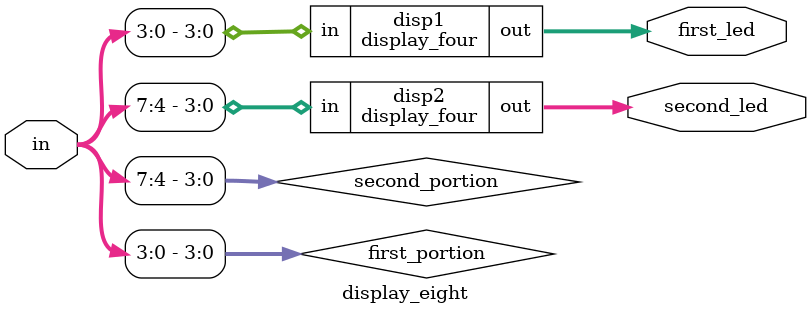
<source format=v>

module display_four(
    in,
    out
);

    input [3:0] in;
    output [6:0] out;
	
	reg [6:0] out;

	always @*
	begin
		case (in)
        4'b0000: // 0 
            out = 7'b1000000;
        4'b0001: // 1
            out = 7'b1111001;
        4'b0010: // 2
				out = 7'b0100100;
        4'b0011: // 3
				out = 7'b0110000;
        4'b0100: // 4
				out = 7'b0011001;
        4'b0101: // 5
				out = 7'b0010010;
        4'b0110: // 6
				out = 7'b0000010;
        4'b0111: // 7
            out = 7'b1111000;
        4'b1000: // 8
            out = 7'b0000000;
        4'b1001: // 9
            out = 7'b0010000;
        4'b1010: // 10 = A
            out = 7'b0001000;
        4'b1011: // 11 = b
            out = 7'b0000011;
        4'b1100: // 12 = C
				out = 7'b1000110;
        4'b1101: // 13 = d
				out = 7'b0100001;
        4'b1110: // 14 = E
				out = 7'b0000110;
        4'b1111: // 15 = F
				out = 7'b0001110;
    endcase;
	end

endmodule

module display_eight(
    in,
    first_led,
    second_led
);

    input [7:0]     in;
    output [6:0]    first_led;
    output [6:0]    second_led;

    wire [3:0] first_portion;
	assign first_portion = in[3:0];
	 
	wire [3:0] second_portion;
	assign second_portion = in[7:4];
	 
    display_four disp1(first_portion, first_led);
    display_four disp2(second_portion, second_led);
    
endmodule
</source>
